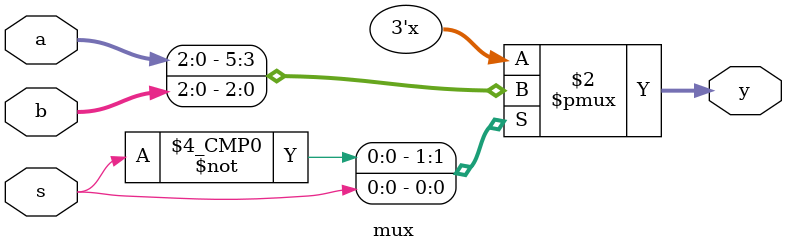
<source format=v>
module mux(a,b,s,y);
input [2:0] a,b;
input s;
output reg [2:0] y;
always @(*) begin
	case(s) 
		1'b0:y=a;
		1'b1:y=b;
	endcase
end
endmodule

</source>
